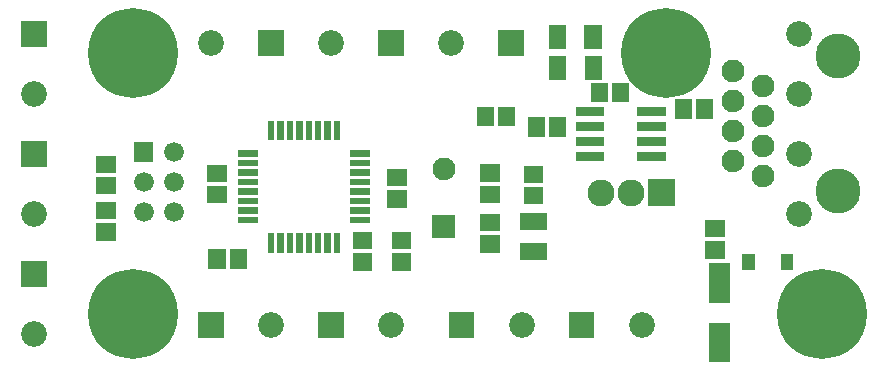
<source format=gbr>
G04 start of page 6 for group -4063 idx -4063 *
G04 Title: (unknown), componentmask *
G04 Creator: pcb 20110918 *
G04 CreationDate: Wed 07 Aug 2013 04:14:36 AM GMT UTC *
G04 For: ndholmes *
G04 Format: Gerber/RS-274X *
G04 PCB-Dimensions: 293000 121000 *
G04 PCB-Coordinate-Origin: lower left *
%MOIN*%
%FSLAX25Y25*%
%LNTOPMASK*%
%ADD77R,0.0300X0.0300*%
%ADD76R,0.0420X0.0420*%
%ADD75R,0.0690X0.0690*%
%ADD74R,0.0217X0.0217*%
%ADD73R,0.0550X0.0550*%
%ADD72R,0.0572X0.0572*%
%ADD71C,0.0760*%
%ADD70C,0.1500*%
%ADD69C,0.0900*%
%ADD68C,0.0660*%
%ADD67C,0.0860*%
%ADD66C,0.2997*%
%ADD65C,0.0001*%
G54D65*G36*
X108200Y17800D02*Y9200D01*
X116800D01*
Y17800D01*
X108200D01*
G37*
G54D66*X46500Y17000D03*
G54D67*X13500Y50500D03*
G54D65*G36*
X9200Y34800D02*Y26200D01*
X17800D01*
Y34800D01*
X9200D01*
G37*
G54D67*X13500Y10500D03*
G54D68*X50000Y51000D03*
G54D65*G36*
X68200Y17800D02*Y9200D01*
X76800D01*
Y17800D01*
X68200D01*
G37*
G54D67*X92500Y13500D03*
G54D68*X60000Y51000D03*
G54D67*X132500Y13500D03*
G54D65*G36*
X191700Y17800D02*Y9200D01*
X200300D01*
Y17800D01*
X191700D01*
G37*
G54D67*X216000Y13500D03*
G54D65*G36*
X151700Y17800D02*Y9200D01*
X160300D01*
Y17800D01*
X151700D01*
G37*
G54D67*X176000Y13500D03*
G54D66*X276000Y17000D03*
G54D65*G36*
X168200Y111800D02*Y103200D01*
X176800D01*
Y111800D01*
X168200D01*
G37*
G54D69*X202500Y57500D03*
X212500D03*
G54D65*G36*
X218000Y62000D02*Y53000D01*
X227000D01*
Y62000D01*
X218000D01*
G37*
G54D67*X268500Y110500D03*
G54D70*X281500Y103000D03*
G54D67*X268500Y50500D03*
Y70500D03*
G54D70*X281500Y58000D03*
G54D67*X268500Y90500D03*
G54D71*X256500Y83000D03*
X246500Y88000D03*
X256500Y93000D03*
X246500Y98000D03*
G54D66*X224000Y104000D03*
G54D71*X256500Y63000D03*
X246500Y68000D03*
X256500Y73000D03*
X246500Y78000D03*
G54D66*X46500Y104000D03*
G54D65*G36*
X9200Y114800D02*Y106200D01*
X17800D01*
Y114800D01*
X9200D01*
G37*
G54D67*X13500Y90500D03*
X152500Y107500D03*
G54D65*G36*
X128200Y111800D02*Y103200D01*
X136800D01*
Y111800D01*
X128200D01*
G37*
G54D67*X112500Y107500D03*
G54D65*G36*
X88200Y111800D02*Y103200D01*
X96800D01*
Y111800D01*
X88200D01*
G37*
G54D67*X72500Y107500D03*
G54D65*G36*
X146200Y50194D02*Y42594D01*
X153800D01*
Y50194D01*
X146200D01*
G37*
G54D71*X150000Y65606D03*
G54D65*G36*
X9200Y74800D02*Y66200D01*
X17800D01*
Y74800D01*
X9200D01*
G37*
G36*
X46700Y74300D02*Y67700D01*
X53300D01*
Y74300D01*
X46700D01*
G37*
G54D68*X50000Y61000D03*
X60000Y71000D03*
Y61000D03*
G54D72*X179607Y63586D02*X180393D01*
X179607Y56500D02*X180393D01*
X165107Y64086D02*X165893D01*
X165107Y57000D02*X165893D01*
X134107Y62543D02*X134893D01*
X134107Y55457D02*X134893D01*
G54D73*X178200Y38000D02*X181800D01*
X178200Y48000D02*X181800D01*
G54D72*X165107Y40457D02*X165893D01*
X165107Y47543D02*X165893D01*
X74457Y35893D02*Y35107D01*
X81543Y35893D02*Y35107D01*
X74107Y64043D02*X74893D01*
X74107Y56957D02*X74893D01*
X37107Y51500D02*X37893D01*
X37107Y44414D02*X37893D01*
X37107Y59914D02*X37893D01*
X37107Y67000D02*X37893D01*
X135607Y34457D02*X136393D01*
X135607Y41543D02*X136393D01*
X122607Y34457D02*X123393D01*
X122607Y41543D02*X123393D01*
G54D74*X120066Y48477D02*X124492D01*
X120066Y51626D02*X124492D01*
X120066Y54776D02*X124492D01*
X120066Y57925D02*X124492D01*
X120066Y61075D02*X124492D01*
X120066Y64225D02*X124492D01*
X120066Y67374D02*X124492D01*
X120066Y70524D02*X124492D01*
X114523Y80492D02*Y76066D01*
X111374Y80492D02*Y76066D01*
X108224Y80492D02*Y76066D01*
X105075Y80492D02*Y76066D01*
X101925Y80492D02*Y76066D01*
X98775Y80492D02*Y76066D01*
X95626Y80492D02*Y76066D01*
X92476Y80492D02*Y76066D01*
X82508Y70523D02*X86934D01*
X82508Y67374D02*X86934D01*
X82508Y64224D02*X86934D01*
X82508Y61075D02*X86934D01*
X82508Y57925D02*X86934D01*
X82508Y54775D02*X86934D01*
X82508Y51626D02*X86934D01*
X82508Y48476D02*X86934D01*
X92477Y42934D02*Y38508D01*
X95626Y42934D02*Y38508D01*
X98776Y42934D02*Y38508D01*
X101925Y42934D02*Y38508D01*
X105075Y42934D02*Y38508D01*
X108225Y42934D02*Y38508D01*
X111374Y42934D02*Y38508D01*
X114524Y42934D02*Y38508D01*
G54D75*X242000Y30492D02*Y24193D01*
G54D72*X229957Y85893D02*Y85107D01*
X237043Y85893D02*Y85107D01*
X240107Y45543D02*X240893D01*
X240107Y38457D02*X240893D01*
G54D75*X242000Y10807D02*Y4508D01*
G54D76*X251600Y35100D02*Y33900D01*
X264500Y35100D02*Y33900D01*
G54D77*X195500Y84500D02*X202000D01*
X195500Y79500D02*X202000D01*
X195500Y74500D02*X202000D01*
G54D72*X188095Y100181D02*Y97819D01*
X188043Y79893D02*Y79107D01*
G54D77*X195500Y69500D02*X202000D01*
X216000D02*X222500D01*
X216000Y74500D02*X222500D01*
X216000Y79500D02*X222500D01*
X216000Y84500D02*X222500D01*
G54D72*X199905Y100181D02*Y97819D01*
X201914Y91393D02*Y90607D01*
X209000Y91393D02*Y90607D01*
X171043Y83393D02*Y82607D01*
X180957Y79893D02*Y79107D01*
X163957Y83393D02*Y82607D01*
X199810Y110681D02*Y108319D01*
X188000Y110681D02*Y108319D01*
M02*

</source>
